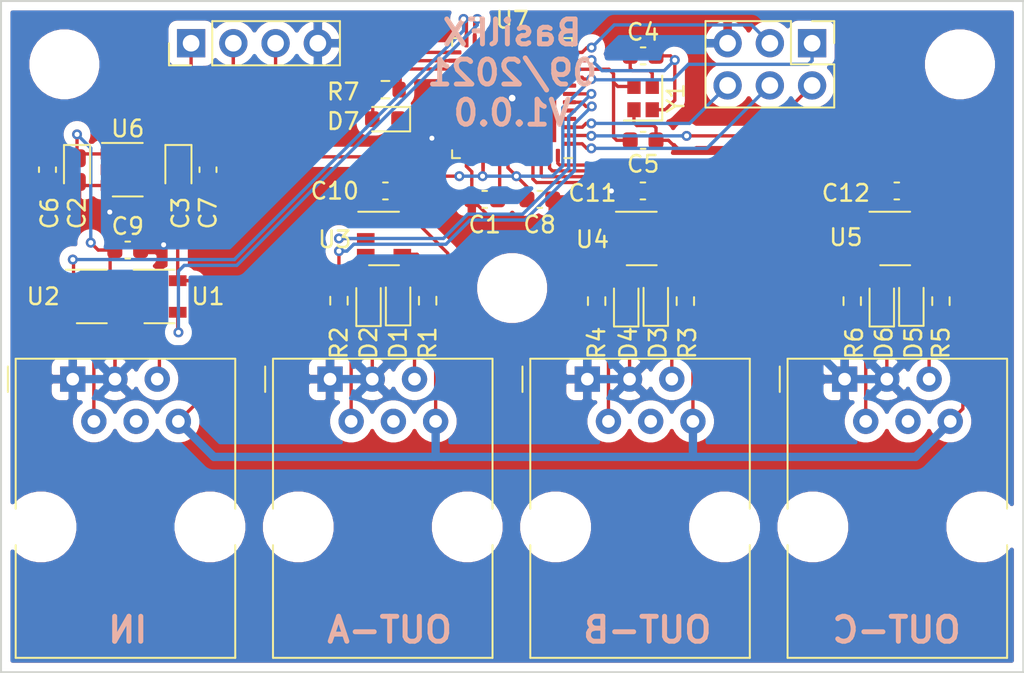
<source format=kicad_pcb>
(kicad_pcb (version 20171130) (host pcbnew "(5.1.10-1-10_14)")
  (layers (0 F.Cu signal) (31 B.Cu signal) (34 B.Paste user hide) (35 F.Paste user) (36 B.SilkS user hide) (37 F.SilkS user) (38 B.Mask user) (39 F.Mask user hide) (44 Edge.Cuts user))
  (net 0 "")
  (net 1 GND)
  (net 2 +5V)
  (net 3 +3V3)
  (net 4 "Net-(J1-Pad5)")
  (net 5 "Net-(C1-Pad2)")
  (net 6 "Net-(J1-Pad2)")
  (net 7 /SWO)
  (net 8 /SWCLK)
  (net 9 /RESET)
  (net 10 /SWDIO)
  (net 11 /RTS)
  (net 12 "Net-(D1-Pad2)")
  (net 13 "Net-(D3-Pad2)")
  (net 14 "Net-(D4-Pad1)")
  (net 15 "Net-(D6-Pad1)")
  (net 16 /RTS-C)
  (net 17 /RTS-A)
  (net 18 /RTS-B)
  (net 19 /DATA)
  (net 20 /DATA-A)
  (net 21 /DATA-B)
  (net 22 /DATA-C)
  (net 23 "Net-(C4-Pad2)")
  (net 24 "Net-(C5-Pad2)")
  (net 25 "Net-(D2-Pad1)")
  (net 26 "Net-(D5-Pad2)")
  (net 27 /TX)
  (net 28 /RX)
  (net 29 "Net-(R1-Pad2)")
  (net 30 "Net-(R3-Pad2)")
  (net 31 "Net-(R5-Pad2)")
  (net 32 "Net-(D7-Pad2)")
  (net 33 "Net-(R7-Pad1)")
  (module Connector_PinHeader_2.54mm:PinHeader_1x04_P2.54mm_Vertical (layer F.Cu) (at 143.51 70.358 90)
    (fp_text reference J6 hide)
    (fp_text value UART)
    (pad 1 thru_hole rect (at 0 0 90) (size 1.7 1.7) (drill 1) (layers *.Cu *.Mask) (net 2 +5V))
    (pad 2 thru_hole oval (at 0 2.54 90) (size 1.7 1.7) (drill 1) (layers *.Cu *.Mask) (net 28 /RX))
    (pad 3 thru_hole oval (at 0 5.08 90) (size 1.7 1.7) (drill 1) (layers *.Cu *.Mask) (net 27 /TX))
    (pad 4 thru_hole oval (at 0 7.62 90) (size 1.7 1.7) (drill 1) (layers *.Cu *.Mask) (net 1 GND))
  )
  (module LED_SMD:LED_0603_1608Metric (layer F.Cu) (at 155.194 74.93 180)
    (fp_text reference D7 (at 2.54 -0.127) (layer F.SilkS))
    (fp_text value LED)
    (pad 1 smd roundrect (at -0.7875 0 180) (size 0.875 0.95) (layers F.Cu F.Paste F.Mask) (net 1 GND))
    (pad 2 smd roundrect (at 0.7875 0 180) (size 0.875 0.95) (layers F.Cu F.Paste F.Mask) (net 32 "Net-(D7-Pad2)"))
  )
  (module Resistor_SMD:R_0603_1608Metric (layer F.Cu) (at 155.194 73.152 180)
    (fp_text reference R7 (at 2.54 -0.127) (layer F.SilkS))
    (fp_text value 100)
    (pad 1 smd roundrect (at -0.825 0 180) (size 0.8 0.95) (layers F.Cu F.Paste F.Mask) (net 33 "Net-(R7-Pad1)"))
    (pad 2 smd roundrect (at 0.825 0 180) (size 0.8 0.95) (layers F.Cu F.Paste F.Mask) (net 32 "Net-(D7-Pad2)"))
  )
  (module Resistor_SMD:R_0603_1608Metric (layer F.Cu) (at 188.595 85.8775 90)
    (fp_text reference R5 (at -2.5145 0 90) (layer F.SilkS))
    (fp_text value 100)
    (pad 1 smd roundrect (at -0.825 0 90) (size 0.8 0.95) (layers F.Cu F.Paste F.Mask) (net 26 "Net-(D5-Pad2)"))
    (pad 2 smd roundrect (at 0.825 0 90) (size 0.8 0.95) (layers F.Cu F.Paste F.Mask) (net 31 "Net-(R5-Pad2)"))
  )
  (module Resistor_SMD:R_0603_1608Metric (layer F.Cu) (at 173.228 85.8775 90)
    (fp_text reference R3 (at -2.5145 0.127 90) (layer F.SilkS))
    (fp_text value 100)
    (pad 1 smd roundrect (at -0.825 0 90) (size 0.8 0.95) (layers F.Cu F.Paste F.Mask) (net 13 "Net-(D3-Pad2)"))
    (pad 2 smd roundrect (at 0.825 0 90) (size 0.8 0.95) (layers F.Cu F.Paste F.Mask) (net 30 "Net-(R3-Pad2)"))
  )
  (module Resistor_SMD:R_0603_1608Metric (layer F.Cu) (at 157.734 85.852 90)
    (fp_text reference R1 (at -2.54 0 90) (layer F.SilkS))
    (fp_text value 100)
    (pad 1 smd roundrect (at -0.825 0 90) (size 0.8 0.95) (layers F.Cu F.Paste F.Mask) (net 12 "Net-(D1-Pad2)"))
    (pad 2 smd roundrect (at 0.825 0 90) (size 0.8 0.95) (layers F.Cu F.Paste F.Mask) (net 29 "Net-(R1-Pad2)"))
  )
  (module Capacitor_SMD:C_0603_1608Metric (layer F.Cu) (at 185.941 79.248 180)
    (fp_text reference C12 (at 3.061 -0.127) (layer F.SilkS))
    (fp_text value 100nF)
    (pad 1 smd roundrect (at -0.775 0 180) (size 0.9 0.95) (layers F.Cu F.Paste F.Mask) (net 2 +5V))
    (pad 2 smd roundrect (at 0.775 0 180) (size 0.9 0.95) (layers F.Cu F.Paste F.Mask) (net 1 GND))
  )
  (module Capacitor_SMD:C_0603_1608Metric (layer F.Cu) (at 170.675 79.248 180)
    (fp_text reference C11 (at 3.035 -0.127) (layer F.SilkS))
    (fp_text value 100nF)
    (pad 1 smd roundrect (at -0.775 0 180) (size 0.9 0.95) (layers F.Cu F.Paste F.Mask) (net 2 +5V))
    (pad 2 smd roundrect (at 0.775 0 180) (size 0.9 0.95) (layers F.Cu F.Paste F.Mask) (net 1 GND))
  )
  (module Capacitor_SMD:C_0603_1608Metric (layer F.Cu) (at 155.194 79.248 180)
    (fp_text reference C10 (at 3.048 0) (layer F.SilkS))
    (fp_text value 100nF)
    (pad 1 smd roundrect (at -0.775 0 180) (size 0.9 0.95) (layers F.Cu F.Paste F.Mask) (net 2 +5V))
    (pad 2 smd roundrect (at 0.775 0 180) (size 0.9 0.95) (layers F.Cu F.Paste F.Mask) (net 1 GND))
  )
  (module Capacitor_SMD:C_0603_1608Metric (layer F.Cu) (at 139.7 82.804)
    (fp_text reference C9 (at 0 -1.43) (layer F.SilkS))
    (fp_text value 100nF)
    (pad 1 smd roundrect (at -0.775 0) (size 0.9 0.95) (layers F.Cu F.Paste F.Mask) (net 2 +5V))
    (pad 2 smd roundrect (at 0.775 0) (size 0.9 0.95) (layers F.Cu F.Paste F.Mask) (net 1 GND))
  )
  (module Capacitor_SMD:C_0603_1608Metric (layer F.Cu) (at 164.478 79.756)
    (fp_text reference C8 (at -0.013 1.524) (layer F.SilkS))
    (fp_text value 100nF)
    (pad 1 smd roundrect (at -0.775 0) (size 0.9 0.95) (layers F.Cu F.Paste F.Mask) (net 3 +3V3))
    (pad 2 smd roundrect (at 0.775 0) (size 0.9 0.95) (layers F.Cu F.Paste F.Mask) (net 1 GND))
  )
  (module Connector_PinHeader_2.54mm:PinHeader_2x03_P2.54mm_Vertical (layer F.Cu) (at 180.848 70.358 270)
    (fp_text reference J5 hide)
    (fp_text value JTAG)
    (pad 1 thru_hole rect (at 0 0 270) (size 1.7 1.7) (drill 1) (layers *.Cu *.Mask) (net 3 +3V3))
    (pad 2 thru_hole oval (at 2.54 0 270) (size 1.7 1.7) (drill 1) (layers *.Cu *.Mask) (net 10 /SWDIO))
    (pad 3 thru_hole oval (at 0 2.54 270) (size 1.7 1.7) (drill 1) (layers *.Cu *.Mask) (net 9 /RESET))
    (pad 4 thru_hole oval (at 2.54 2.54 270) (size 1.7 1.7) (drill 1) (layers *.Cu *.Mask) (net 8 /SWCLK))
    (pad 5 thru_hole oval (at 0 5.08 270) (size 1.7 1.7) (drill 1) (layers *.Cu *.Mask) (net 1 GND))
    (pad 6 thru_hole oval (at 2.54 5.08 270) (size 1.7 1.7) (drill 1) (layers *.Cu *.Mask) (net 7 /SWO))
  )
  (module Crystal:Crystal_SMD_2016-4Pin_2.0x1.6mm (layer F.Cu) (at 170.688 73.66 90)
    (fp_text reference Y1 (at 0 1.9685 90) (layer F.SilkS))
    (fp_text value Crystal_GND24)
    (pad 1 smd rect (at -0.7 0.55 90) (size 0.9 0.8) (layers F.Cu F.Paste F.Mask) (net 23 "Net-(C4-Pad2)"))
    (pad 2 smd rect (at 0.7 0.55 90) (size 0.9 0.8) (layers F.Cu F.Paste F.Mask) (net 1 GND))
    (pad 3 smd rect (at 0.7 -0.55 90) (size 0.9 0.8) (layers F.Cu F.Paste F.Mask) (net 24 "Net-(C5-Pad2)"))
    (pad 4 smd rect (at -0.7 -0.55 90) (size 0.9 0.8) (layers F.Cu F.Paste F.Mask) (net 1 GND))
  )
  (module MountingHole:MountingHole_3.2mm_M3 (layer F.Cu) (at 162.814 85.09)
    (fp_text reference H3 hide)
    (fp_text value MountingHole)
    (pad 1 np_thru_hole circle (at 0 0) (size 3.2 3.2) (drill 3.2) (layers *.Cu *.Mask))
  )
  (module MountingHole:MountingHole_3.2mm_M3 (layer F.Cu) (at 189.738 71.628)
    (fp_text reference H2 hide)
    (fp_text value MountingHole)
    (pad 1 np_thru_hole circle (at 0 0) (size 3.2 3.2) (drill 3.2) (layers *.Cu *.Mask))
  )
  (module MountingHole:MountingHole_3.2mm_M3 (layer F.Cu) (at 135.89 71.628)
    (fp_text reference H1 hide)
    (fp_text value MountingHole)
    (pad 1 np_thru_hole circle (at 0 0) (size 3.2 3.2) (drill 3.2) (layers *.Cu *.Mask))
  )
  (module Diode_SMD:D_0603_1608Metric (layer F.Cu) (at 171.45 85.8775 90)
    (fp_text reference D3 (at -2.5145 0.127 90) (layer F.SilkS))
    (fp_text value D_TVS)
    (pad 1 smd roundrect (at -0.7875 0 90) (size 0.875 0.95) (layers F.Cu F.Paste F.Mask) (net 1 GND))
    (pad 2 smd roundrect (at 0.7875 0 90) (size 0.875 0.95) (layers F.Cu F.Paste F.Mask) (net 13 "Net-(D3-Pad2)"))
  )
  (module Resistor_SMD:R_0603_1608Metric (layer F.Cu) (at 167.894 85.8775 90)
    (fp_text reference R4 (at -2.5145 0 90) (layer F.SilkS))
    (fp_text value 100)
    (pad 1 smd roundrect (at -0.825 0 90) (size 0.8 0.95) (layers F.Cu F.Paste F.Mask) (net 14 "Net-(D4-Pad1)"))
    (pad 2 smd roundrect (at 0.825 0 90) (size 0.8 0.95) (layers F.Cu F.Paste F.Mask) (net 18 /RTS-B))
  )
  (module Resistor_SMD:R_0603_1608Metric (layer F.Cu) (at 152.4 85.852 90)
    (fp_text reference R2 (at -2.54 0 90) (layer F.SilkS))
    (fp_text value 100)
    (pad 1 smd roundrect (at -0.825 0 90) (size 0.8 0.95) (layers F.Cu F.Paste F.Mask) (net 25 "Net-(D2-Pad1)"))
    (pad 2 smd roundrect (at 0.825 0 90) (size 0.8 0.95) (layers F.Cu F.Paste F.Mask) (net 17 /RTS-A))
  )
  (module Resistor_SMD:R_0603_1608Metric (layer F.Cu) (at 183.261 85.8775 90)
    (fp_text reference R6 (at -2.5145 0.127 90) (layer F.SilkS))
    (fp_text value 100)
    (pad 1 smd roundrect (at -0.825 0 90) (size 0.8 0.95) (layers F.Cu F.Paste F.Mask) (net 15 "Net-(D6-Pad1)"))
    (pad 2 smd roundrect (at 0.825 0 90) (size 0.8 0.95) (layers F.Cu F.Paste F.Mask) (net 16 /RTS-C))
  )
  (module Diode_SMD:D_0603_1608Metric (layer F.Cu) (at 185.039 85.9175 90)
    (fp_text reference D6 (at -2.4745 0.127 90) (layer F.SilkS))
    (fp_text value D_TVS)
    (pad 1 smd roundrect (at -0.7875 0 90) (size 0.875 0.95) (layers F.Cu F.Paste F.Mask) (net 15 "Net-(D6-Pad1)"))
    (pad 2 smd roundrect (at 0.7875 0 90) (size 0.875 0.95) (layers F.Cu F.Paste F.Mask) (net 1 GND))
  )
  (module Diode_SMD:D_0603_1608Metric (layer F.Cu) (at 169.672 85.9175 90)
    (fp_text reference D4 (at -2.4745 0.127 90) (layer F.SilkS))
    (fp_text value D_TVS)
    (pad 1 smd roundrect (at -0.7875 0 90) (size 0.875 0.95) (layers F.Cu F.Paste F.Mask) (net 14 "Net-(D4-Pad1)"))
    (pad 2 smd roundrect (at 0.7875 0 90) (size 0.875 0.95) (layers F.Cu F.Paste F.Mask) (net 1 GND))
  )
  (module Diode_SMD:D_0603_1608Metric (layer F.Cu) (at 154.178 85.892 90)
    (fp_text reference D2 (at -2.5 0 90) (layer F.SilkS))
    (fp_text value D_TVS)
    (pad 1 smd roundrect (at -0.7875 0 90) (size 0.875 0.95) (layers F.Cu F.Paste F.Mask) (net 25 "Net-(D2-Pad1)"))
    (pad 2 smd roundrect (at 0.7875 0 90) (size 0.875 0.95) (layers F.Cu F.Paste F.Mask) (net 1 GND))
  )
  (module Diode_SMD:D_0603_1608Metric (layer F.Cu) (at 186.817 85.8775 90)
    (fp_text reference D5 (at -2.5145 0.127 90) (layer F.SilkS))
    (fp_text value D_TVS)
    (pad 1 smd roundrect (at -0.7875 0 90) (size 0.875 0.95) (layers F.Cu F.Paste F.Mask) (net 1 GND))
    (pad 2 smd roundrect (at 0.7875 0 90) (size 0.875 0.95) (layers F.Cu F.Paste F.Mask) (net 26 "Net-(D5-Pad2)"))
  )
  (module Diode_SMD:D_0603_1608Metric (layer F.Cu) (at 155.956 85.852 90)
    (fp_text reference D1 (at -2.54 0 90) (layer F.SilkS))
    (fp_text value D_TVS)
    (pad 1 smd roundrect (at -0.7875 0 90) (size 0.875 0.95) (layers F.Cu F.Paste F.Mask) (net 1 GND))
    (pad 2 smd roundrect (at 0.7875 0 90) (size 0.875 0.95) (layers F.Cu F.Paste F.Mask) (net 12 "Net-(D1-Pad2)"))
  )
  (module Capacitor_Tantalum_SMD:CP_EIA-1608-08_AVX-J (layer F.Cu) (at 136.652 77.992 270)
    (fp_text reference C2 (at 2.5895 0 90) (layer F.SilkS))
    (fp_text value CP)
    (pad 2 smd roundrect (at 0.7125 0 270) (size 1.075 1.05) (layers F.Cu F.Paste F.Mask) (roundrect_rratio 0.2380942857142857) (net 1 GND))
    (pad 1 smd roundrect (at -0.7125 0 270) (size 1.075 1.05) (layers F.Cu F.Paste F.Mask) (roundrect_rratio 0.2380942857142857) (net 2 +5V))
  )
  (module Capacitor_Tantalum_SMD:CP_EIA-1608-08_AVX-J (layer F.Cu) (at 142.748 77.992 270)
    (fp_text reference C3 (at 2.5895 -0.127 90) (layer F.SilkS))
    (fp_text value CP)
    (pad 2 smd roundrect (at 0.7125 0 270) (size 1.075 1.05) (layers F.Cu F.Paste F.Mask) (roundrect_rratio 0.2380942857142857) (net 1 GND))
    (pad 1 smd roundrect (at -0.7125 0 270) (size 1.075 1.05) (layers F.Cu F.Paste F.Mask) (roundrect_rratio 0.2380942857142857) (net 3 +3V3))
  )
  (module Package_TO_SOT_SMD:SOT-23-5 (layer F.Cu) (at 185.844 82.108)
    (fp_text reference U5 (at -2.964 -0.066) (layer F.SilkS))
    (fp_text value 74AHCT1G04)
    (pad 1 smd rect (at -1.1 -0.95) (size 1.06 0.65) (layers F.Cu F.Paste F.Mask))
    (pad 2 smd rect (at -1.1 0) (size 1.06 0.65) (layers F.Cu F.Paste F.Mask) (net 22 /DATA-C))
    (pad 3 smd rect (at -1.1 0.95) (size 1.06 0.65) (layers F.Cu F.Paste F.Mask) (net 1 GND))
    (pad 4 smd rect (at 1.1 0.95) (size 1.06 0.65) (layers F.Cu F.Paste F.Mask) (net 31 "Net-(R5-Pad2)"))
    (pad 5 smd rect (at 1.1 -0.95) (size 1.06 0.65) (layers F.Cu F.Paste F.Mask) (net 2 +5V))
  )
  (module Package_TO_SOT_SMD:SOT-23-5 (layer F.Cu) (at 170.604 82.108)
    (fp_text reference U4 (at -2.964 0.061) (layer F.SilkS))
    (fp_text value 74AHCT1G04)
    (pad 1 smd rect (at -1.1 -0.95) (size 1.06 0.65) (layers F.Cu F.Paste F.Mask))
    (pad 2 smd rect (at -1.1 0) (size 1.06 0.65) (layers F.Cu F.Paste F.Mask) (net 21 /DATA-B))
    (pad 3 smd rect (at -1.1 0.95) (size 1.06 0.65) (layers F.Cu F.Paste F.Mask) (net 1 GND))
    (pad 4 smd rect (at 1.1 0.95) (size 1.06 0.65) (layers F.Cu F.Paste F.Mask) (net 30 "Net-(R3-Pad2)"))
    (pad 5 smd rect (at 1.1 -0.95) (size 1.06 0.65) (layers F.Cu F.Paste F.Mask) (net 2 +5V))
  )
  (module Package_TO_SOT_SMD:SOT-23-5 (layer F.Cu) (at 155.11 82.108)
    (fp_text reference U3 (at -2.964 0.061) (layer F.SilkS))
    (fp_text value 74AHCT1G04)
    (pad 1 smd rect (at -1.1 -0.95) (size 1.06 0.65) (layers F.Cu F.Paste F.Mask))
    (pad 2 smd rect (at -1.1 0) (size 1.06 0.65) (layers F.Cu F.Paste F.Mask) (net 20 /DATA-A))
    (pad 3 smd rect (at -1.1 0.95) (size 1.06 0.65) (layers F.Cu F.Paste F.Mask) (net 1 GND))
    (pad 4 smd rect (at 1.1 0.95) (size 1.06 0.65) (layers F.Cu F.Paste F.Mask) (net 29 "Net-(R1-Pad2)"))
    (pad 5 smd rect (at 1.1 -0.95) (size 1.06 0.65) (layers F.Cu F.Paste F.Mask) (net 2 +5V))
  )
  (module Package_TO_SOT_SMD:SOT-23-5 (layer F.Cu) (at 141.605 85.598)
    (fp_text reference U1 (at 2.921 0) (layer F.SilkS))
    (fp_text value 74AHCT1G04)
    (pad 1 smd rect (at -1.1 -0.95) (size 1.06 0.65) (layers F.Cu F.Paste F.Mask))
    (pad 2 smd rect (at -1.1 0) (size 1.06 0.65) (layers F.Cu F.Paste F.Mask) (net 4 "Net-(J1-Pad5)"))
    (pad 3 smd rect (at -1.1 0.95) (size 1.06 0.65) (layers F.Cu F.Paste F.Mask) (net 1 GND))
    (pad 4 smd rect (at 1.1 0.95) (size 1.06 0.65) (layers F.Cu F.Paste F.Mask) (net 19 /DATA))
    (pad 5 smd rect (at 1.1 -0.95) (size 1.06 0.65) (layers F.Cu F.Paste F.Mask) (net 2 +5V))
  )
  (module Package_TO_SOT_SMD:SOT-23-5 (layer F.Cu) (at 137.541 85.598)
    (fp_text reference U2 (at -2.921 0) (layer F.SilkS))
    (fp_text value 74AHC1G126)
    (pad 1 smd rect (at -1.1 -0.95) (size 1.06 0.65) (layers F.Cu F.Paste F.Mask) (net 11 /RTS))
    (pad 2 smd rect (at -1.1 0) (size 1.06 0.65) (layers F.Cu F.Paste F.Mask) (net 11 /RTS))
    (pad 3 smd rect (at -1.1 0.95) (size 1.06 0.65) (layers F.Cu F.Paste F.Mask) (net 1 GND))
    (pad 4 smd rect (at 1.1 0.95) (size 1.06 0.65) (layers F.Cu F.Paste F.Mask) (net 6 "Net-(J1-Pad2)"))
    (pad 5 smd rect (at 1.1 -0.95) (size 1.06 0.65) (layers F.Cu F.Paste F.Mask) (net 2 +5V))
  )
  (module Capacitor_SMD:C_0603_1608Metric (layer F.Cu) (at 170.688 76.2 180)
    (fp_text reference C5 (at 0 -1.43) (layer F.SilkS))
    (fp_text value 20pF)
    (pad 1 smd roundrect (at -0.775 0 180) (size 0.9 0.95) (layers F.Cu F.Paste F.Mask) (net 1 GND))
    (pad 2 smd roundrect (at 0.775 0 180) (size 0.9 0.95) (layers F.Cu F.Paste F.Mask) (net 24 "Net-(C5-Pad2)"))
  )
  (module Capacitor_SMD:C_0603_1608Metric (layer F.Cu) (at 170.688 71.12)
    (fp_text reference C4 (at 0 -1.43) (layer F.SilkS))
    (fp_text value 20pF)
    (pad 1 smd roundrect (at -0.775 0) (size 0.9 0.95) (layers F.Cu F.Paste F.Mask) (net 1 GND))
    (pad 2 smd roundrect (at 0.775 0) (size 0.9 0.95) (layers F.Cu F.Paste F.Mask) (net 23 "Net-(C4-Pad2)"))
  )
  (module Capacitor_SMD:C_0603_1608Metric (layer F.Cu) (at 161.163 79.756)
    (fp_text reference C1 (at 0 1.524) (layer F.SilkS))
    (fp_text value 1µF)
    (pad 1 smd roundrect (at -0.775 0) (size 0.9 0.95) (layers F.Cu F.Paste F.Mask) (net 1 GND))
    (pad 2 smd roundrect (at 0.775 0) (size 0.9 0.95) (layers F.Cu F.Paste F.Mask) (net 5 "Net-(C1-Pad2)"))
  )
  (module Package_DFN_QFN:QFN-48-1EP_7x7mm_P0.5mm_EP5.3x5.3mm (layer F.Cu) (at 162.814 73.66 180)
    (fp_text reference U7 (at 0 4.699) (layer F.SilkS))
    (fp_text value EFM32PG12B500)
    (pad 1 smd roundrect (at -3.45 -2.75 180) (size 0.8 0.25) (layers F.Cu F.Paste F.Mask) (net 8 /SWCLK))
    (pad 2 smd roundrect (at -3.45 -2.25 180) (size 0.8 0.25) (layers F.Cu F.Paste F.Mask) (net 10 /SWDIO))
    (pad 3 smd roundrect (at -3.45 -1.75 180) (size 0.8 0.25) (layers F.Cu F.Paste F.Mask) (net 7 /SWO))
    (pad 4 smd roundrect (at -3.45 -1.25 180) (size 0.8 0.25) (layers F.Cu F.Paste F.Mask))
    (pad 5 smd roundrect (at -3.45 -0.75 180) (size 0.8 0.25) (layers F.Cu F.Paste F.Mask))
    (pad 6 smd roundrect (at -3.45 -0.25 180) (size 0.8 0.25) (layers F.Cu F.Paste F.Mask) (net 17 /RTS-A))
    (pad 7 smd roundrect (at -3.45 0.25 180) (size 0.8 0.25) (layers F.Cu F.Paste F.Mask) (net 20 /DATA-A))
    (pad 8 smd roundrect (at -3.45 0.75 180) (size 0.8 0.25) (layers F.Cu F.Paste F.Mask))
    (pad 9 smd roundrect (at -3.45 1.25 180) (size 0.8 0.25) (layers F.Cu F.Paste F.Mask) (net 3 +3V3))
    (pad 10 smd roundrect (at -3.45 1.75 180) (size 0.8 0.25) (layers F.Cu F.Paste F.Mask) (net 24 "Net-(C5-Pad2)"))
    (pad 11 smd roundrect (at -3.45 2.25 180) (size 0.8 0.25) (layers F.Cu F.Paste F.Mask) (net 23 "Net-(C4-Pad2)"))
    (pad 12 smd roundrect (at -3.45 2.75 180) (size 0.8 0.25) (layers F.Cu F.Paste F.Mask) (net 9 /RESET))
    (pad 13 smd roundrect (at -2.75 3.45 180) (size 0.25 0.8) (layers F.Cu F.Paste F.Mask))
    (pad 14 smd roundrect (at -2.25 3.45 180) (size 0.25 0.8) (layers F.Cu F.Paste F.Mask))
    (pad 15 smd roundrect (at -1.75 3.45 180) (size 0.25 0.8) (layers F.Cu F.Paste F.Mask))
    (pad 16 smd roundrect (at -1.25 3.45 180) (size 0.25 0.8) (layers F.Cu F.Paste F.Mask))
    (pad 17 smd roundrect (at -0.75 3.45 180) (size 0.25 0.8) (layers F.Cu F.Paste F.Mask))
    (pad 18 smd roundrect (at -0.25 3.45 180) (size 0.25 0.8) (layers F.Cu F.Paste F.Mask))
    (pad 19 smd roundrect (at 0.25 3.45 180) (size 0.25 0.8) (layers F.Cu F.Paste F.Mask))
    (pad 20 smd roundrect (at 0.75 3.45 180) (size 0.25 0.8) (layers F.Cu F.Paste F.Mask))
    (pad 21 smd roundrect (at 1.25 3.45 180) (size 0.25 0.8) (layers F.Cu F.Paste F.Mask))
    (pad 22 smd roundrect (at 1.75 3.45 180) (size 0.25 0.8) (layers F.Cu F.Paste F.Mask))
    (pad 23 smd roundrect (at 2.25 3.45 180) (size 0.25 0.8) (layers F.Cu F.Paste F.Mask) (net 19 /DATA))
    (pad 24 smd roundrect (at 2.75 3.45 180) (size 0.25 0.8) (layers F.Cu F.Paste F.Mask) (net 11 /RTS))
    (pad 25 smd roundrect (at 3.45 2.75 180) (size 0.8 0.25) (layers F.Cu F.Paste F.Mask) (net 27 /TX))
    (pad 26 smd roundrect (at 3.45 2.25 180) (size 0.8 0.25) (layers F.Cu F.Paste F.Mask) (net 28 /RX))
    (pad 27 smd roundrect (at 3.45 1.75 180) (size 0.8 0.25) (layers F.Cu F.Paste F.Mask) (net 33 "Net-(R7-Pad1)"))
    (pad 28 smd roundrect (at 3.45 1.25 180) (size 0.8 0.25) (layers F.Cu F.Paste F.Mask))
    (pad 29 smd roundrect (at 3.45 0.75 180) (size 0.8 0.25) (layers F.Cu F.Paste F.Mask))
    (pad 30 smd roundrect (at 3.45 0.25 180) (size 0.8 0.25) (layers F.Cu F.Paste F.Mask))
    (pad 31 smd roundrect (at 3.45 -0.25 180) (size 0.8 0.25) (layers F.Cu F.Paste F.Mask))
    (pad 32 smd roundrect (at 3.45 -0.75 180) (size 0.8 0.25) (layers F.Cu F.Paste F.Mask))
    (pad 33 smd roundrect (at 3.45 -1.25 180) (size 0.8 0.25) (layers F.Cu F.Paste F.Mask))
    (pad 34 smd roundrect (at 3.45 -1.75 180) (size 0.8 0.25) (layers F.Cu F.Paste F.Mask))
    (pad 35 smd roundrect (at 3.45 -2.25 180) (size 0.8 0.25) (layers F.Cu F.Paste F.Mask))
    (pad 36 smd roundrect (at 3.45 -2.75 180) (size 0.8 0.25) (layers F.Cu F.Paste F.Mask))
    (pad 37 smd roundrect (at 2.75 -3.45 180) (size 0.25 0.8) (layers F.Cu F.Paste F.Mask) (net 1 GND))
    (pad 38 smd roundrect (at 2.25 -3.45 180) (size 0.25 0.8) (layers F.Cu F.Paste F.Mask))
    (pad 39 smd roundrect (at 1.75 -3.45 180) (size 0.25 0.8) (layers F.Cu F.Paste F.Mask) (net 3 +3V3))
    (pad 40 smd roundrect (at 1.25 -3.45 180) (size 0.25 0.8) (layers F.Cu F.Paste F.Mask) (net 3 +3V3))
    (pad 41 smd roundrect (at 0.75 -3.45 180) (size 0.25 0.8) (layers F.Cu F.Paste F.Mask) (net 5 "Net-(C1-Pad2)"))
    (pad 42 smd roundrect (at 0.25 -3.45 180) (size 0.25 0.8) (layers F.Cu F.Paste F.Mask) (net 3 +3V3))
    (pad 43 smd roundrect (at -0.25 -3.45 180) (size 0.25 0.8) (layers F.Cu F.Paste F.Mask))
    (pad 44 smd roundrect (at -0.75 -3.45 180) (size 0.25 0.8) (layers F.Cu F.Paste F.Mask))
    (pad 45 smd roundrect (at -1.25 -3.45 180) (size 0.25 0.8) (layers F.Cu F.Paste F.Mask) (net 18 /RTS-B))
    (pad 46 smd roundrect (at -1.75 -3.45 180) (size 0.25 0.8) (layers F.Cu F.Paste F.Mask) (net 21 /DATA-B))
    (pad 47 smd roundrect (at -2.25 -3.45 180) (size 0.25 0.8) (layers F.Cu F.Paste F.Mask) (net 16 /RTS-C))
    (pad 48 smd roundrect (at -2.75 -3.45 180) (size 0.25 0.8) (layers F.Cu F.Paste F.Mask) (net 22 /DATA-C))
    (pad 49 smd rect (at 0 0 180) (size 5.3 5.3) (layers F.Cu F.Mask) (net 1 GND))
  )
  (module Package_TO_SOT_SMD:SOT-23-5 (layer F.Cu) (at 139.7 77.9695)
    (fp_text reference U6 (at 0 -2.468) (layer F.SilkS))
    (fp_text value TPS76933)
    (pad 5 smd rect (at 1.1 -0.95) (size 1.06 0.65) (layers F.Cu F.Paste F.Mask) (net 3 +3V3))
    (pad 4 smd rect (at 1.1 0.95) (size 1.06 0.65) (layers F.Cu F.Paste F.Mask))
    (pad 3 smd rect (at -1.1 0.95) (size 1.06 0.65) (layers F.Cu F.Paste F.Mask) (net 1 GND))
    (pad 2 smd rect (at -1.1 0) (size 1.06 0.65) (layers F.Cu F.Paste F.Mask) (net 1 GND))
    (pad 1 smd rect (at -1.1 -0.95) (size 1.06 0.65) (layers F.Cu F.Paste F.Mask) (net 2 +5V))
  )
  (module Connector_RJ:RJ12_Amphenol_54601 (layer F.Cu) (at 182.804 90.572)
    (fp_text reference J4 hide)
    (fp_text value OUT-C)
    (pad "" np_thru_hole circle (at 8.25 8.89) (size 3.25 3.25) (drill 3.25) (layers *.Cu *.Mask))
    (pad 6 thru_hole circle (at 6.35 2.54) (size 1.52 1.52) (drill 0.76) (layers *.Cu *.Mask) (net 2 +5V))
    (pad 5 thru_hole circle (at 5.08 0) (size 1.52 1.52) (drill 0.76) (layers *.Cu *.Mask) (net 26 "Net-(D5-Pad2)"))
    (pad 4 thru_hole circle (at 3.81 2.54) (size 1.52 1.52) (drill 0.76) (layers *.Cu *.Mask))
    (pad 3 thru_hole circle (at 2.54 0) (size 1.52 1.52) (drill 0.76) (layers *.Cu *.Mask) (net 1 GND))
    (pad 2 thru_hole circle (at 1.27 2.54) (size 1.52 1.52) (drill 0.76) (layers *.Cu *.Mask) (net 15 "Net-(D6-Pad1)"))
    (pad "" np_thru_hole circle (at -1.91 8.89) (size 3.25 3.25) (drill 3.25) (layers *.Cu *.Mask))
    (pad 1 thru_hole rect (at 0 0) (size 1.52 1.52) (drill 0.76) (layers *.Cu *.Mask) (net 1 GND))
  )
  (module Connector_RJ:RJ12_Amphenol_54601 (layer F.Cu) (at 167.334 90.572)
    (fp_text reference J3 hide)
    (fp_text value OUT-B)
    (pad "" np_thru_hole circle (at 8.25 8.89) (size 3.25 3.25) (drill 3.25) (layers *.Cu *.Mask))
    (pad 6 thru_hole circle (at 6.35 2.54) (size 1.52 1.52) (drill 0.76) (layers *.Cu *.Mask) (net 2 +5V))
    (pad 5 thru_hole circle (at 5.08 0) (size 1.52 1.52) (drill 0.76) (layers *.Cu *.Mask) (net 13 "Net-(D3-Pad2)"))
    (pad 4 thru_hole circle (at 3.81 2.54) (size 1.52 1.52) (drill 0.76) (layers *.Cu *.Mask))
    (pad 3 thru_hole circle (at 2.54 0) (size 1.52 1.52) (drill 0.76) (layers *.Cu *.Mask) (net 1 GND))
    (pad 2 thru_hole circle (at 1.27 2.54) (size 1.52 1.52) (drill 0.76) (layers *.Cu *.Mask) (net 14 "Net-(D4-Pad1)"))
    (pad "" np_thru_hole circle (at -1.91 8.89) (size 3.25 3.25) (drill 3.25) (layers *.Cu *.Mask))
    (pad 1 thru_hole rect (at 0 0) (size 1.52 1.52) (drill 0.76) (layers *.Cu *.Mask) (net 1 GND))
  )
  (module Connector_RJ:RJ12_Amphenol_54601 (layer F.Cu) (at 151.864 90.572)
    (fp_text reference J2 hide)
    (fp_text value OUT-A)
    (pad "" np_thru_hole circle (at 8.25 8.89) (size 3.25 3.25) (drill 3.25) (layers *.Cu *.Mask))
    (pad 6 thru_hole circle (at 6.35 2.54) (size 1.52 1.52) (drill 0.76) (layers *.Cu *.Mask) (net 2 +5V))
    (pad 5 thru_hole circle (at 5.08 0) (size 1.52 1.52) (drill 0.76) (layers *.Cu *.Mask) (net 12 "Net-(D1-Pad2)"))
    (pad 4 thru_hole circle (at 3.81 2.54) (size 1.52 1.52) (drill 0.76) (layers *.Cu *.Mask))
    (pad 3 thru_hole circle (at 2.54 0) (size 1.52 1.52) (drill 0.76) (layers *.Cu *.Mask) (net 1 GND))
    (pad 2 thru_hole circle (at 1.27 2.54) (size 1.52 1.52) (drill 0.76) (layers *.Cu *.Mask) (net 25 "Net-(D2-Pad1)"))
    (pad "" np_thru_hole circle (at -1.91 8.89) (size 3.25 3.25) (drill 3.25) (layers *.Cu *.Mask))
    (pad 1 thru_hole rect (at 0 0) (size 1.52 1.52) (drill 0.76) (layers *.Cu *.Mask) (net 1 GND))
  )
  (module Connector_RJ:RJ12_Amphenol_54601 (layer F.Cu) (at 136.394 90.572)
    (fp_text reference J1 hide)
    (fp_text value IN)
    (pad "" np_thru_hole circle (at 8.25 8.89) (size 3.25 3.25) (drill 3.25) (layers *.Cu *.Mask))
    (pad 6 thru_hole circle (at 6.35 2.54) (size 1.52 1.52) (drill 0.76) (layers *.Cu *.Mask) (net 2 +5V))
    (pad 5 thru_hole circle (at 5.08 0) (size 1.52 1.52) (drill 0.76) (layers *.Cu *.Mask) (net 4 "Net-(J1-Pad5)"))
    (pad 4 thru_hole circle (at 3.81 2.54) (size 1.52 1.52) (drill 0.76) (layers *.Cu *.Mask))
    (pad 3 thru_hole circle (at 2.54 0) (size 1.52 1.52) (drill 0.76) (layers *.Cu *.Mask) (net 1 GND))
    (pad 2 thru_hole circle (at 1.27 2.54) (size 1.52 1.52) (drill 0.76) (layers *.Cu *.Mask) (net 6 "Net-(J1-Pad2)"))
    (pad "" np_thru_hole circle (at -1.91 8.89) (size 3.25 3.25) (drill 3.25) (layers *.Cu *.Mask))
    (pad 1 thru_hole rect (at 0 0) (size 1.52 1.52) (drill 0.76) (layers *.Cu *.Mask) (net 1 GND))
  )
  (module Capacitor_SMD:C_0603_1608Metric (layer F.Cu) (at 144.526 77.9695 270)
    (fp_text reference C7 (at 2.612 0 90) (layer F.SilkS))
    (fp_text value 100nF)
    (pad 2 smd roundrect (at 0.775 0 270) (size 0.9 0.95) (layers F.Cu F.Paste F.Mask) (net 1 GND))
    (pad 1 smd roundrect (at -0.775 0 270) (size 0.9 0.95) (layers F.Cu F.Paste F.Mask) (net 3 +3V3))
  )
  (module Capacitor_SMD:C_0603_1608Metric (layer F.Cu) (at 134.874 77.9695 270)
    (fp_text reference C6 (at 2.612 -0.127 90) (layer F.SilkS))
    (fp_text value 100nF)
    (pad 2 smd roundrect (at 0.775 0 270) (size 0.9 0.95) (layers F.Cu F.Paste F.Mask) (net 1 GND))
    (pad 1 smd roundrect (at -0.775 0 270) (size 0.9 0.95) (layers F.Cu F.Paste F.Mask) (net 2 +5V))
  )
  (gr_line (start 193.548 67.818) (end 193.548 108.204) (layer Edge.Cuts) (width 0.12))
  (gr_text OUT-C (at 185.928 105.664) (layer B.SilkS) (effects (font (size 1.5 1.5) (thickness 0.3)) (justify mirror)))
  (gr_text OUT-B (at 170.942 105.664) (layer B.SilkS) (effects (font (size 1.5 1.5) (thickness 0.3)) (justify mirror)))
  (gr_text OUT-A (at 155.448 105.664) (layer B.SilkS) (effects (font (size 1.5 1.5) (thickness 0.3)) (justify mirror)))
  (gr_text IN (at 139.7 105.664) (layer B.SilkS) (effects (font (size 1.5 1.5) (thickness 0.3)) (justify mirror)))
  (gr_text "BasilFX\n09/2021\nV1.0.0" (at 162.814 72.136) (layer B.SilkS) (effects (font (size 1.5 1.5) (thickness 0.3)) (justify mirror)))
  (gr_line (start 193.548 108.204) (end 132.08 108.204) (layer Edge.Cuts) (width 0.12))
  (gr_line (start 132.08 67.818) (end 193.548 67.818) (layer Edge.Cuts) (width 0.12))
  (gr_line (start 132.08 108.204) (end 132.08 67.818) (layer Edge.Cuts) (width 0.12))
  (segment (start 171.463 76.2) (end 171.463 75.451) (width 0.2) (layer F.Cu) (net 1))
  (segment (start 170.138 74.36) (end 170.138 75.142) (width 0.2) (layer F.Cu) (net 1))
  (segment (start 170.138 75.142) (end 170.307 75.311) (width 0.2) (layer F.Cu) (net 1))
  (segment (start 171.323 75.311) (end 171.463 75.451) (width 0.2) (layer F.Cu) (net 1))
  (segment (start 170.307 75.311) (end 171.323 75.311) (width 0.2) (layer F.Cu) (net 1))
  (segment (start 169.913 71.869) (end 169.913 71.12) (width 0.2) (layer F.Cu) (net 1))
  (segment (start 171.069 72.009) (end 170.053 72.009) (width 0.2) (layer F.Cu) (net 1))
  (segment (start 170.053 72.009) (end 169.913 71.869) (width 0.2) (layer F.Cu) (net 1))
  (segment (start 171.238 72.178) (end 171.069 72.009) (width 0.2) (layer F.Cu) (net 1))
  (segment (start 171.238 72.96) (end 171.238 72.178) (width 0.2) (layer F.Cu) (net 1))
  (via (at 162.814 73.66) (size 0.8) (drill 0.4) (layers F.Cu B.Cu) (net 1))
  (segment (start 155.954 86.6795) (end 155.956 86.6775) (width 0.2) (layer F.Cu) (net 1))
  (segment (start 171.414 86.705) (end 171.45 86.741) (width 0.2) (layer F.Cu) (net 1))
  (segment (start 186.781 86.705) (end 186.817 86.741) (width 0.2) (layer F.Cu) (net 1))
  (segment (start 169.672 85.13) (end 169.672 83.2485) (width 0.2) (layer F.Cu) (net 1))
  (segment (start 169.672 83.2485) (end 169.4815 83.058) (width 0.2) (layer F.Cu) (net 1))
  (segment (start 169.672 85.13) (end 169.7755 85.13) (width 0.2) (layer F.Cu) (net 1))
  (segment (start 169.7755 85.13) (end 171.3865 86.741) (width 0.2) (layer F.Cu) (net 1))
  (segment (start 185.039 85.13) (end 185.2695 85.13) (width 0.2) (layer F.Cu) (net 1))
  (segment (start 185.039 85.13) (end 185.1425 85.13) (width 0.2) (layer F.Cu) (net 1))
  (segment (start 185.1425 85.13) (end 186.69 86.6775) (width 0.2) (layer F.Cu) (net 1))
  (segment (start 154.178 85.1045) (end 154.178 83.312) (width 0.2) (layer F.Cu) (net 1))
  (segment (start 154.178 83.312) (end 153.9875 83.1215) (width 0.2) (layer F.Cu) (net 1))
  (segment (start 154.178 85.1045) (end 154.256 85.1045) (width 0.2) (layer F.Cu) (net 1))
  (segment (start 154.256 85.1045) (end 155.829 86.6775) (width 0.2) (layer F.Cu) (net 1))
  (segment (start 138.6 77.9695) (end 138.6 78.8465) (width 0.2) (layer F.Cu) (net 1))
  (segment (start 138.6 78.8465) (end 138.516 78.9305) (width 0.2) (layer F.Cu) (net 1))
  (segment (start 142.748 78.7045) (end 144.498 78.7045) (width 0.2) (layer F.Cu) (net 1))
  (segment (start 144.498 78.7045) (end 144.526 78.6765) (width 0.2) (layer F.Cu) (net 1))
  (segment (start 136.394 90.572) (end 136.394 86.618) (width 0.2) (layer F.Cu) (net 1))
  (segment (start 136.394 86.618) (end 136.398 86.614) (width 0.2) (layer F.Cu) (net 1))
  (segment (start 182.804 90.572) (end 185.272 90.572) (width 0.5) (layer B.Cu) (net 1))
  (segment (start 167.334 90.572) (end 169.905 90.572) (width 0.5) (layer B.Cu) (net 1))
  (segment (start 169.905 90.572) (end 169.884 90.551) (width 0.5) (layer B.Cu) (net 1))
  (segment (start 151.864 90.572) (end 154.411 90.572) (width 0.5) (layer B.Cu) (net 1))
  (segment (start 154.411 90.572) (end 154.432 90.551) (width 0.5) (layer B.Cu) (net 1))
  (segment (start 136.394 90.572) (end 138.917 90.572) (width 0.5) (layer B.Cu) (net 1))
  (segment (start 138.917 90.572) (end 138.938 90.551) (width 0.5) (layer B.Cu) (net 1))
  (segment (start 175.768 70.358) (end 173.101 70.358) (width 0.2) (layer F.Cu) (net 1))
  (segment (start 173.101 70.358) (end 172.847 70.104) (width 0.2) (layer F.Cu) (net 1))
  (segment (start 165.253 79.756) (end 165.253 80.492) (width 0.2) (layer F.Cu) (net 1))
  (segment (start 165.253 80.492) (end 164.846 80.899) (width 0.2) (layer F.Cu) (net 1))
  (segment (start 164.846 80.899) (end 161.544 80.899) (width 0.2) (layer F.Cu) (net 1))
  (segment (start 161.544 80.899) (end 160.401 79.756) (width 0.2) (layer F.Cu) (net 1))
  (segment (start 182.804 90.572) (end 182.774 90.572) (width 0.5) (layer B.Cu) (net 1))
  (segment (start 182.774 90.572) (end 180.975 88.773) (width 0.5) (layer B.Cu) (net 1))
  (segment (start 151.765 88.773) (end 140.716 88.773) (width 0.5) (layer B.Cu) (net 1))
  (segment (start 140.716 88.773) (end 138.938 90.551) (width 0.5) (layer B.Cu) (net 1))
  (segment (start 151.864 88.872) (end 151.765 88.773) (width 0.5) (layer B.Cu) (net 1))
  (segment (start 151.864 90.572) (end 151.864 88.872) (width 0.5) (layer B.Cu) (net 1))
  (segment (start 167.334 88.848) (end 167.259 88.773) (width 0.5) (layer B.Cu) (net 1))
  (segment (start 167.334 90.572) (end 167.334 88.848) (width 0.5) (layer B.Cu) (net 1))
  (segment (start 167.259 88.773) (end 151.765 88.773) (width 0.5) (layer B.Cu) (net 1))
  (segment (start 180.975 88.773) (end 167.259 88.773) (width 0.5) (layer B.Cu) (net 1))
  (segment (start 185.039 85.13) (end 185.039 83.312) (width 0.2) (layer F.Cu) (net 1))
  (segment (start 185.039 83.312) (end 184.785 83.058) (width 0.2) (layer F.Cu) (net 1))
  (segment (start 154.246 79.062) (end 154.432 79.248) (width 0.2) (layer F.Cu) (net 1))
  (segment (start 171.463 76.2) (end 171.463 76.213) (width 0.2) (layer F.Cu) (net 1))
  (segment (start 182.626 76.708) (end 185.166 79.248) (width 0.2) (layer F.Cu) (net 1))
  (segment (start 185.344 90.572) (end 185.344 88.849) (width 0.2) (layer F.Cu) (net 1))
  (segment (start 186.817 87.376) (end 185.344 88.849) (width 0.2) (layer F.Cu) (net 1))
  (segment (start 186.817 86.665) (end 186.817 87.376) (width 0.2) (layer F.Cu) (net 1))
  (segment (start 169.874 88.825) (end 171.45 87.249) (width 0.2) (layer F.Cu) (net 1))
  (segment (start 169.874 90.572) (end 169.874 88.825) (width 0.2) (layer F.Cu) (net 1))
  (segment (start 171.45 86.665) (end 171.45 87.249) (width 0.2) (layer F.Cu) (net 1))
  (segment (start 154.404 90.572) (end 154.404 88.801) (width 0.2) (layer F.Cu) (net 1))
  (segment (start 154.404 88.801) (end 155.956 87.249) (width 0.2) (layer F.Cu) (net 1))
  (segment (start 155.956 87.249) (end 155.956 86.614) (width 0.2) (layer F.Cu) (net 1))
  (segment (start 138.934 90.572) (end 138.934 89.285) (width 0.2) (layer F.Cu) (net 1))
  (segment (start 138.934 90.572) (end 138.934 88.777) (width 0.2) (layer F.Cu) (net 1))
  (segment (start 138.934 88.777) (end 140.208 87.503) (width 0.2) (layer F.Cu) (net 1))
  (segment (start 140.208 87.503) (end 140.462 87.249) (width 0.2) (layer F.Cu) (net 1))
  (segment (start 140.462 87.249) (end 140.462 86.487) (width 0.2) (layer F.Cu) (net 1))
  (via (at 168.783 79.248) (size 0.6) (drill 0.3) (layers F.Cu B.Cu) (net 1))
  (segment (start 169.9 79.248) (end 168.783 79.248) (width 0.2) (layer F.Cu) (net 1))
  (segment (start 160.064 77.11) (end 160.064 77.768) (width 0.2) (layer F.Cu) (net 1))
  (segment (start 169.913 71.12) (end 169.913 70.371) (width 0.2) (layer F.Cu) (net 1))
  (segment (start 169.913 70.371) (end 170.18 70.104) (width 0.2) (layer F.Cu) (net 1))
  (segment (start 172.847 70.104) (end 170.18 70.104) (width 0.2) (layer F.Cu) (net 1))
  (segment (start 172.212 76.2) (end 172.72 76.708) (width 0.2) (layer F.Cu) (net 1))
  (segment (start 171.463 76.2) (end 172.212 76.2) (width 0.2) (layer F.Cu) (net 1))
  (segment (start 172.72 76.708) (end 182.626 76.708) (width 0.2) (layer F.Cu) (net 1))
  (segment (start 160.064 77.768) (end 160.388 78.092) (width 0.2) (layer F.Cu) (net 1))
  (segment (start 160.388 78.092) (end 160.388 78.6) (width 0.2) (layer F.Cu) (net 1))
  (segment (start 160.388 79.756) (end 160.388 78.6) (width 0.2) (layer F.Cu) (net 1))
  (segment (start 134.874 78.7445) (end 136.6475 78.7445) (width 0.2) (layer F.Cu) (net 1))
  (segment (start 144.526 78.7445) (end 153.8015 78.7445) (width 0.2) (layer F.Cu) (net 1))
  (segment (start 153.8015 78.7445) (end 154.305 79.248) (width 0.2) (layer F.Cu) (net 1))
  (segment (start 159.766 79.756) (end 159.512 79.756) (width 0.2) (layer F.Cu) (net 1))
  (segment (start 160.388 79.756) (end 159.766 79.756) (width 0.2) (layer F.Cu) (net 1))
  (via (at 157.988 76.073) (size 0.6) (drill 0.3) (layers F.Cu B.Cu) (net 1))
  (segment (start 156.845 74.93) (end 157.988 76.073) (width 0.2) (layer F.Cu) (net 1))
  (segment (start 155.9815 74.93) (end 156.845 74.93) (width 0.2) (layer F.Cu) (net 1))
  (segment (start 160.401 73.66) (end 162.814 73.66) (width 0.2) (layer B.Cu) (net 1))
  (segment (start 157.988 76.073) (end 160.401 73.66) (width 0.2) (layer B.Cu) (net 1))
  (segment (start 138.6 80.4975) (end 138.6205 80.518) (width 0.2) (layer F.Cu) (net 1))
  (via (at 138.6205 80.518) (size 0.6) (drill 0.3) (layers F.Cu B.Cu) (net 1))
  (segment (start 138.6 78.9195) (end 138.6 80.4975) (width 0.2) (layer F.Cu) (net 1))
  (segment (start 138.6 78.9195) (end 136.641 78.9195) (width 0.2) (layer F.Cu) (net 1))
  (segment (start 136.641 78.9195) (end 136.652 78.9085) (width 0.2) (layer F.Cu) (net 1))
  (segment (start 141.5415 82.804) (end 141.859 82.4865) (width 0.2) (layer F.Cu) (net 1))
  (via (at 141.859 82.4865) (size 0.6) (drill 0.3) (layers F.Cu B.Cu) (net 1))
  (segment (start 140.475 82.804) (end 141.5415 82.804) (width 0.2) (layer F.Cu) (net 1))
  (segment (start 139.8905 80.518) (end 138.6205 80.518) (width 0.2) (layer B.Cu) (net 1))
  (segment (start 141.859 82.4865) (end 139.8905 80.518) (width 0.2) (layer B.Cu) (net 1))
  (segment (start 154.813 77.978) (end 154.419 78.372) (width 0.2) (layer F.Cu) (net 1))
  (segment (start 154.419 78.372) (end 154.419 79.248) (width 0.2) (layer F.Cu) (net 1))
  (segment (start 157.099 77.978) (end 154.813 77.978) (width 0.2) (layer F.Cu) (net 1))
  (segment (start 158.877 79.756) (end 157.099 77.978) (width 0.2) (layer F.Cu) (net 1))
  (segment (start 159.766 79.756) (end 158.877 79.756) (width 0.2) (layer F.Cu) (net 1))
  (segment (start 171.704 81.158) (end 171.704 79.502) (width 0.2) (layer F.Cu) (net 2))
  (segment (start 171.704 79.502) (end 171.45 79.248) (width 0.2) (layer F.Cu) (net 2))
  (segment (start 156.21 81.158) (end 156.21 79.502) (width 0.2) (layer F.Cu) (net 2))
  (segment (start 156.21 79.502) (end 155.956 79.248) (width 0.2) (layer F.Cu) (net 2))
  (segment (start 186.944 81.158) (end 186.944 79.502) (width 0.2) (layer F.Cu) (net 2))
  (segment (start 186.944 79.502) (end 186.69 79.248) (width 0.2) (layer F.Cu) (net 2))
  (segment (start 135.007 77.0195) (end 134.874 77.1525) (width 0.2) (layer F.Cu) (net 2))
  (segment (start 136.652 77.2795) (end 136.652 77.4065) (width 0.2) (layer F.Cu) (net 2))
  (segment (start 134.874 77.1945) (end 134.874 77.1525) (width 0.2) (layer F.Cu) (net 2))
  (segment (start 136.652 77.2795) (end 136.652 77.1405) (width 0.2) (layer F.Cu) (net 2))
  (segment (start 136.652 77.1405) (end 136.531 77.0195) (width 0.2) (layer F.Cu) (net 2))
  (segment (start 138.6 77.0195) (end 136.531 77.0195) (width 0.2) (layer F.Cu) (net 2))
  (segment (start 138.641 84.648) (end 138.641 83.101) (width 0.2) (layer F.Cu) (net 2))
  (segment (start 138.641 83.101) (end 138.938 82.804) (width 0.2) (layer F.Cu) (net 2))
  (segment (start 142.744 93.112) (end 144.882 95.25) (width 0.5) (layer B.Cu) (net 2))
  (segment (start 187.071 95.25) (end 189.23 93.091) (width 0.5) (layer B.Cu) (net 2))
  (segment (start 173.684 93.112) (end 173.684 95.198) (width 0.5) (layer B.Cu) (net 2))
  (segment (start 173.736 95.25) (end 187.071 95.25) (width 0.5) (layer B.Cu) (net 2))
  (segment (start 173.684 95.198) (end 173.736 95.25) (width 0.5) (layer B.Cu) (net 2))
  (segment (start 158.214 95.151) (end 158.115 95.25) (width 0.5) (layer B.Cu) (net 2))
  (segment (start 158.115 95.25) (end 173.736 95.25) (width 0.5) (layer B.Cu) (net 2))
  (segment (start 158.214 93.112) (end 158.214 95.151) (width 0.5) (layer B.Cu) (net 2))
  (segment (start 173.684 88.825) (end 173.684 93.112) (width 0.2) (layer F.Cu) (net 2))
  (segment (start 174.371 88.138) (end 173.684 88.825) (width 0.2) (layer F.Cu) (net 2))
  (segment (start 172.598 81.158) (end 174.371 82.931) (width 0.2) (layer F.Cu) (net 2))
  (segment (start 174.371 82.931) (end 174.371 88.138) (width 0.2) (layer F.Cu) (net 2))
  (segment (start 171.704 81.158) (end 172.598 81.158) (width 0.2) (layer F.Cu) (net 2))
  (segment (start 158.214 88.801) (end 158.214 93.112) (width 0.2) (layer F.Cu) (net 2))
  (segment (start 158.9405 88.0745) (end 158.214 88.801) (width 0.2) (layer F.Cu) (net 2))
  (segment (start 158.9405 82.9945) (end 158.9405 88.0745) (width 0.2) (layer F.Cu) (net 2))
  (segment (start 157.104 81.158) (end 158.9405 82.9945) (width 0.2) (layer F.Cu) (net 2))
  (segment (start 156.21 81.158) (end 157.104 81.158) (width 0.2) (layer F.Cu) (net 2))
  (segment (start 189.913999 92.352001) (end 189.154 93.112) (width 0.2) (layer F.Cu) (net 2))
  (segment (start 189.913999 83.233999) (end 189.913999 92.352001) (width 0.2) (layer F.Cu) (net 2))
  (segment (start 187.838 81.158) (end 189.913999 83.233999) (width 0.2) (layer F.Cu) (net 2))
  (segment (start 186.944 81.158) (end 187.838 81.158) (width 0.2) (layer F.Cu) (net 2))
  (segment (start 142.705 84.648) (end 143.576 84.648) (width 0.2) (layer F.Cu) (net 2))
  (segment (start 142.705 84.648) (end 143.703 84.648) (width 0.2) (layer F.Cu) (net 2))
  (segment (start 144.0265 84.9715) (end 144.0265 91.8295) (width 0.2) (layer F.Cu) (net 2))
  (segment (start 143.703 84.648) (end 144.0265 84.9715) (width 0.2) (layer F.Cu) (net 2))
  (segment (start 142.744 93.112) (end 144.0265 91.8295) (width 0.2) (layer F.Cu) (net 2))
  (segment (start 134.874 77.1945) (end 136.567 77.1945) (width 0.2) (layer F.Cu) (net 2))
  (segment (start 143.51 72.39) (end 143.51 70.358) (width 0.2) (layer F.Cu) (net 2))
  (segment (start 138.8805 77.0195) (end 143.51 72.39) (width 0.2) (layer F.Cu) (net 2))
  (segment (start 138.6 77.0195) (end 138.8805 77.0195) (width 0.2) (layer F.Cu) (net 2))
  (segment (start 144.882 95.25) (end 158.115 95.25) (width 0.5) (layer B.Cu) (net 2))
  (segment (start 138.925 81.928) (end 138.925 82.804) (width 0.2) (layer F.Cu) (net 2))
  (segment (start 139.319 81.534) (end 138.925 81.928) (width 0.2) (layer F.Cu) (net 2))
  (segment (start 142.3035 81.534) (end 142.705 81.9355) (width 0.2) (layer F.Cu) (net 2))
  (segment (start 142.705 84.648) (end 142.705 81.9355) (width 0.2) (layer F.Cu) (net 2))
  (segment (start 142.3035 81.534) (end 139.319 81.534) (width 0.2) (layer F.Cu) (net 2))
  (via (at 137.4775 82.3595) (size 0.6) (drill 0.3) (layers F.Cu B.Cu) (net 2))
  (segment (start 137.922 82.804) (end 137.4775 82.3595) (width 0.2) (layer F.Cu) (net 2))
  (segment (start 138.925 82.804) (end 137.922 82.804) (width 0.2) (layer F.Cu) (net 2))
  (segment (start 136.652 77.2795) (end 136.652 75.8444) (width 0.2) (layer F.Cu) (net 2))
  (via (at 136.652 75.8444) (size 0.6) (drill 0.3) (layers F.Cu B.Cu) (net 2))
  (segment (start 137.4775 76.6699) (end 136.652 75.8444) (width 0.2) (layer B.Cu) (net 2))
  (segment (start 137.4775 82.3595) (end 137.4775 76.6699) (width 0.2) (layer B.Cu) (net 2))
  (segment (start 161.564 77.11) (end 161.057 77.11) (width 0.2) (layer F.Cu) (net 3))
  (segment (start 161.057 77.11) (end 161.078 77.089) (width 0.2) (layer F.Cu) (net 3))
  (segment (start 167.4695 72.41) (end 167.5765 72.517) (width 0.2) (layer F.Cu) (net 3))
  (via (at 167.5765 72.517) (size 0.6) (drill 0.3) (layers F.Cu B.Cu) (net 3))
  (segment (start 140.8 77.0195) (end 142.119 77.0195) (width 0.2) (layer F.Cu) (net 3))
  (segment (start 142.119 77.0195) (end 142.361 77.0195) (width 0.2) (layer F.Cu) (net 3))
  (segment (start 180.848 70.358) (end 180.848 71.408) (width 0.2) (layer B.Cu) (net 3))
  (via (at 163.068 78.359) (size 0.6) (drill 0.3) (layers F.Cu B.Cu) (net 3))
  (segment (start 161.064 77.569) (end 161.064 78.133) (width 0.2) (layer F.Cu) (net 3))
  (segment (start 161.064 77.11) (end 161.064 77.569) (width 0.2) (layer F.Cu) (net 3))
  (segment (start 161.064 78.133) (end 161.0995 78.1685) (width 0.2) (layer F.Cu) (net 3))
  (segment (start 161.064 77.569) (end 161.064 77.879) (width 0.2) (layer F.Cu) (net 3))
  (segment (start 161.064 78.331) (end 161.036 78.359) (width 0.2) (layer F.Cu) (net 3))
  (segment (start 161.064 77.569) (end 161.064 78.331) (width 0.2) (layer F.Cu) (net 3))
  (via (at 161.036 78.359) (size 0.6) (drill 0.3) (layers F.Cu B.Cu) (net 3))
  (segment (start 163.068 78.359) (end 161.036 78.359) (width 0.2) (layer B.Cu) (net 3))
  (segment (start 162.564 77.855) (end 163.068 78.359) (width 0.2) (layer F.Cu) (net 3))
  (segment (start 162.564 77.11) (end 162.564 77.855) (width 0.2) (layer F.Cu) (net 3))
  (segment (start 163.068 78.359) (end 163.703 78.994) (width 0.2) (layer F.Cu) (net 3))
  (segment (start 163.703 79.756) (end 163.703 78.994) (width 0.2) (layer F.Cu) (net 3))
  (segment (start 144.526 77.1945) (end 142.7695 77.1945) (width 0.2) (layer F.Cu) (net 3))
  (via (at 159.639 78.359) (size 0.6) (drill 0.3) (layers F.Cu B.Cu) (net 3))
  (segment (start 161.036 78.359) (end 159.639 78.359) (width 0.2) (layer B.Cu) (net 3))
  (segment (start 159.639 78.359) (end 158.623 78.359) (width 0.2) (layer F.Cu) (net 3))
  (segment (start 157.4585 77.1945) (end 157.6705 77.4065) (width 0.2) (layer F.Cu) (net 3))
  (segment (start 144.526 77.1945) (end 157.4585 77.1945) (width 0.2) (layer F.Cu) (net 3))
  (segment (start 157.6705 77.4065) (end 157.48 77.216) (width 0.2) (layer F.Cu) (net 3))
  (segment (start 158.623 78.359) (end 157.6705 77.4065) (width 0.2) (layer F.Cu) (net 3))
  (segment (start 166.264 72.41) (end 167.025 72.41) (width 0.2) (layer F.Cu) (net 3))
  (segment (start 167.132 72.517) (end 167.5765 72.517) (width 0.2) (layer F.Cu) (net 3))
  (segment (start 167.025 72.41) (end 167.132 72.517) (width 0.2) (layer F.Cu) (net 3))
  (segment (start 167.618501 72.559001) (end 167.5765 72.517) (width 0.2) (layer B.Cu) (net 3))
  (segment (start 172.476001 72.559001) (end 167.618501 72.559001) (width 0.2) (layer B.Cu) (net 3))
  (segment (start 165.240012 78.359) (end 163.068 78.359) (width 0.2) (layer B.Cu) (net 3))
  (segment (start 165.86124 77.737772) (end 165.240012 78.359) (width 0.2) (layer B.Cu) (net 3))
  (segment (start 165.86124 74.23226) (end 165.86124 77.737772) (width 0.2) (layer B.Cu) (net 3))
  (segment (start 167.5765 72.517) (end 165.86124 74.23226) (width 0.2) (layer B.Cu) (net 3))
  (segment (start 180.628 71.628) (end 180.848 71.408) (width 0.2) (layer B.Cu) (net 3))
  (segment (start 173.4185 71.628) (end 180.628 71.628) (width 0.2) (layer B.Cu) (net 3))
  (segment (start 173.407002 71.628) (end 172.476001 72.559001) (width 0.2) (layer B.Cu) (net 3))
  (segment (start 173.4185 71.628) (end 173.407002 71.628) (width 0.2) (layer B.Cu) (net 3))
  (segment (start 140.505 85.598) (end 141.097 85.598) (width 0.2) (layer F.Cu) (net 4))
  (segment (start 141.097 85.598) (end 141.605 86.106) (width 0.2) (layer F.Cu) (net 4))
  (segment (start 141.605 86.106) (end 141.605 90.297) (width 0.2) (layer F.Cu) (net 4))
  (segment (start 162.064 77.11) (end 162.064 79.617) (width 0.2) (layer F.Cu) (net 5))
  (segment (start 162.064 79.617) (end 161.925 79.756) (width 0.2) (layer F.Cu) (net 5))
  (segment (start 137.664 93.112) (end 137.664 88.777) (width 0.2) (layer F.Cu) (net 6))
  (segment (start 137.664 88.777) (end 138.684 87.757) (width 0.2) (layer F.Cu) (net 6))
  (segment (start 138.684 87.757) (end 138.684 86.487) (width 0.2) (layer F.Cu) (net 6))
  (via (at 167.5765 75.184) (size 0.6) (drill 0.3) (layers F.Cu B.Cu) (net 7))
  (segment (start 173.482 75.184) (end 175.768 72.898) (width 0.2) (layer B.Cu) (net 7))
  (segment (start 166.264 75.41) (end 167.033 75.41) (width 0.2) (layer F.Cu) (net 7))
  (segment (start 167.259 75.184) (end 167.5765 75.184) (width 0.2) (layer F.Cu) (net 7))
  (segment (start 167.033 75.41) (end 167.259 75.184) (width 0.2) (layer F.Cu) (net 7))
  (segment (start 173.482 75.184) (end 167.5765 75.184) (width 0.2) (layer B.Cu) (net 7))
  (via (at 167.5765 76.684006) (size 0.6) (drill 0.3) (layers F.Cu B.Cu) (net 8))
  (segment (start 174.521994 76.684006) (end 175.1965 76.0095) (width 0.2) (layer B.Cu) (net 8))
  (segment (start 175.1965 76.0095) (end 174.752 76.454) (width 0.2) (layer B.Cu) (net 8))
  (segment (start 178.308 72.898) (end 175.1965 76.0095) (width 0.2) (layer B.Cu) (net 8))
  (segment (start 166.264 76.41) (end 167.0245 76.41) (width 0.2) (layer F.Cu) (net 8))
  (segment (start 167.298506 76.684006) (end 167.5765 76.684006) (width 0.2) (layer F.Cu) (net 8))
  (segment (start 167.0245 76.41) (end 167.298506 76.684006) (width 0.2) (layer F.Cu) (net 8))
  (segment (start 174.521994 76.684006) (end 167.5765 76.684006) (width 0.2) (layer B.Cu) (net 8))
  (segment (start 166.264 70.91) (end 166.961 70.91) (width 0.2) (layer F.Cu) (net 9))
  (segment (start 167.0245 70.91) (end 166.961 70.91) (width 0.2) (layer F.Cu) (net 9))
  (segment (start 167.310502 70.623998) (end 167.0245 70.91) (width 0.2) (layer F.Cu) (net 9))
  (segment (start 167.5892 70.623998) (end 167.310502 70.623998) (width 0.2) (layer F.Cu) (net 9))
  (via (at 167.5892 70.623998) (size 0.6) (drill 0.3) (layers F.Cu B.Cu) (net 9))
  (segment (start 168.955199 69.257999) (end 167.5892 70.623998) (width 0.2) (layer B.Cu) (net 9))
  (segment (start 177.207999 69.257999) (end 168.955199 69.257999) (width 0.2) (layer B.Cu) (net 9))
  (segment (start 178.308 70.358) (end 177.207999 69.257999) (width 0.2) (layer B.Cu) (net 9))
  (segment (start 166.264 75.91) (end 166.2915 75.8825) (width 0.2) (layer F.Cu) (net 10))
  (via (at 167.5765 75.934003) (size 0.6) (drill 0.3) (layers F.Cu B.Cu) (net 10))
  (segment (start 178.054 75.692) (end 177.927 75.819) (width 0.2) (layer F.Cu) (net 10))
  (segment (start 180.848 72.898) (end 178.054 75.692) (width 0.2) (layer F.Cu) (net 10))
  (segment (start 177.811997 75.934003) (end 178.054 75.692) (width 0.2) (layer F.Cu) (net 10))
  (segment (start 173.303497 75.934003) (end 177.811997 75.934003) (width 0.2) (layer F.Cu) (net 10))
  (segment (start 172.962003 75.934003) (end 173.303497 75.934003) (width 0.2) (layer B.Cu) (net 10))
  (via (at 173.303497 75.934003) (size 0.6) (drill 0.3) (layers F.Cu B.Cu) (net 10))
  (segment (start 167.552497 75.91) (end 167.5765 75.934003) (width 0.2) (layer F.Cu) (net 10))
  (segment (start 166.264 75.91) (end 167.552497 75.91) (width 0.2) (layer F.Cu) (net 10))
  (segment (start 173.303497 75.934003) (end 167.5765 75.934003) (width 0.2) (layer B.Cu) (net 10))
  (segment (start 136.441 85.598) (end 136.441 84.625) (width 0.2) (layer F.Cu) (net 11))
  (segment (start 136.441 84.625) (end 136.398 84.582) (width 0.2) (layer F.Cu) (net 11))
  (via (at 136.398 83.3755) (size 0.6) (drill 0.3) (layers F.Cu B.Cu) (net 11))
  (segment (start 136.441 83.4185) (end 136.398 83.3755) (width 0.2) (layer F.Cu) (net 11))
  (segment (start 136.441 84.648) (end 136.441 83.4185) (width 0.2) (layer F.Cu) (net 11))
  (segment (start 146.1135 83.3755) (end 146.14525 83.34375) (width 0.2) (layer B.Cu) (net 11))
  (segment (start 136.398 83.3755) (end 146.1135 83.3755) (width 0.2) (layer B.Cu) (net 11))
  (segment (start 160.064 70.21) (end 160.064 69.3225) (width 0.2) (layer F.Cu) (net 11))
  (via (at 159.893 68.8975) (size 0.6) (drill 0.3) (layers F.Cu B.Cu) (net 11))
  (segment (start 160.064 69.0685) (end 159.893 68.8975) (width 0.2) (layer F.Cu) (net 11))
  (segment (start 160.064 69.3225) (end 160.064 69.0685) (width 0.2) (layer F.Cu) (net 11))
  (segment (start 154.083508 75.405492) (end 159.893 69.596) (width 0.2) (layer B.Cu) (net 11))
  (segment (start 153.9875 75.5015) (end 154.083508 75.405492) (width 0.2) (layer B.Cu) (net 11))
  (segment (start 153.9875 75.5015) (end 154.08351 75.40549) (width 0.2) (layer B.Cu) (net 11))
  (segment (start 159.893 69.596) (end 159.893 68.8975) (width 0.2) (layer B.Cu) (net 11))
  (segment (start 146.1135 83.3755) (end 153.9875 75.5015) (width 0.2) (layer B.Cu) (net 11))
  (segment (start 155.956 85.0645) (end 155.994 85.0645) (width 0.2) (layer F.Cu) (net 12))
  (segment (start 155.994 85.0645) (end 157.734 86.8045) (width 0.2) (layer F.Cu) (net 12))
  (segment (start 156.944 90.572) (end 156.944 88.801) (width 0.2) (layer F.Cu) (net 12))
  (segment (start 156.944 88.801) (end 157.734 88.011) (width 0.2) (layer F.Cu) (net 12))
  (segment (start 157.734 88.011) (end 157.734 86.741) (width 0.2) (layer F.Cu) (net 12))
  (segment (start 171.45 85.09) (end 173.0375 86.6775) (width 0.2) (layer F.Cu) (net 13))
  (segment (start 172.414 90.572) (end 172.414 88.825) (width 0.2) (layer F.Cu) (net 13))
  (segment (start 172.414 88.825) (end 173.228 88.011) (width 0.2) (layer F.Cu) (net 13))
  (segment (start 173.228 88.011) (end 173.228 86.741) (width 0.2) (layer F.Cu) (net 13))
  (segment (start 168.021 86.6775) (end 167.894 86.6775) (width 0.2) (layer F.Cu) (net 14))
  (segment (start 169.647 86.7025) (end 169.672 86.6775) (width 0.2) (layer F.Cu) (net 14))
  (segment (start 168.604 86.716) (end 168.6175 86.7025) (width 0.2) (layer F.Cu) (net 14))
  (segment (start 168.6175 86.7025) (end 169.647 86.7025) (width 0.2) (layer F.Cu) (net 14))
  (segment (start 167.894 86.7025) (end 168.6175 86.7025) (width 0.2) (layer F.Cu) (net 14))
  (segment (start 168.604 93.112) (end 168.604 88.825) (width 0.2) (layer F.Cu) (net 14))
  (segment (start 168.604 88.825) (end 169.672 87.757) (width 0.2) (layer F.Cu) (net 14))
  (segment (start 169.672 87.757) (end 169.672 86.741) (width 0.2) (layer F.Cu) (net 14))
  (segment (start 184.114 86.705) (end 183.2885 86.705) (width 0.2) (layer F.Cu) (net 15))
  (segment (start 185.039 86.705) (end 184.114 86.705) (width 0.2) (layer F.Cu) (net 15))
  (segment (start 184.074 93.112) (end 184.074 88.849) (width 0.2) (layer F.Cu) (net 15))
  (segment (start 184.074 88.849) (end 185.039 87.884) (width 0.2) (layer F.Cu) (net 15))
  (segment (start 185.039 87.884) (end 185.039 86.741) (width 0.2) (layer F.Cu) (net 15))
  (segment (start 165.064 77.87698) (end 165.064 77.11) (width 0.2) (layer F.Cu) (net 16))
  (segment (start 165.227 78.03998) (end 165.064 77.87698) (width 0.2) (layer F.Cu) (net 16))
  (segment (start 178.759006 78.03998) (end 165.227 78.03998) (width 0.2) (layer F.Cu) (net 16))
  (segment (start 183.261 82.541974) (end 178.759006 78.03998) (width 0.2) (layer F.Cu) (net 16))
  (segment (start 183.261 85.0525) (end 183.261 82.541974) (width 0.2) (layer F.Cu) (net 16))
  (via (at 152.4 82.8675) (size 0.6) (drill 0.3) (layers F.Cu B.Cu) (net 17))
  (segment (start 152.4 85.027) (end 152.4 82.8675) (width 0.2) (layer F.Cu) (net 17))
  (segment (start 166.264 73.91) (end 166.9375 73.91) (width 0.2) (layer F.Cu) (net 17))
  (via (at 167.599897 74.160421) (size 0.6) (drill 0.3) (layers F.Cu B.Cu) (net 17))
  (segment (start 166.9375 73.91) (end 167.001 73.91) (width 0.2) (layer F.Cu) (net 17))
  (segment (start 163.60699 80.99501) (end 163.35299 80.99501) (width 0.2) (layer B.Cu) (net 17))
  (segment (start 163.35299 80.99501) (end 163.593978 80.99501) (width 0.2) (layer B.Cu) (net 17))
  (segment (start 163.35299 80.99501) (end 160.291978 80.99501) (width 0.2) (layer B.Cu) (net 17))
  (segment (start 152.87701 82.8675) (end 152.4 82.8675) (width 0.2) (layer B.Cu) (net 17))
  (segment (start 153.289 82.45551) (end 152.87701 82.8675) (width 0.2) (layer B.Cu) (net 17))
  (segment (start 158.831478 82.45551) (end 153.289 82.45551) (width 0.2) (layer B.Cu) (net 17))
  (segment (start 163.59398 80.995008) (end 163.593978 80.99501) (width 0.2) (layer B.Cu) (net 17))
  (segment (start 160.291978 80.99501) (end 158.831478 82.45551) (width 0.2) (layer B.Cu) (net 17))
  (segment (start 167.251421 74.160421) (end 167.001 73.91) (width 0.2) (layer F.Cu) (net 17))
  (segment (start 167.599897 74.160421) (end 167.251421 74.160421) (width 0.2) (layer F.Cu) (net 17))
  (segment (start 166.561258 78.02773) (end 163.593978 80.99501) (width 0.2) (layer B.Cu) (net 17))
  (segment (start 166.56126 78.027728) (end 166.561258 78.02773) (width 0.2) (layer B.Cu) (net 17))
  (segment (start 166.56126 75.199058) (end 166.56126 78.027728) (width 0.2) (layer B.Cu) (net 17))
  (segment (start 167.599897 74.160421) (end 166.56126 75.199058) (width 0.2) (layer B.Cu) (net 17))
  (segment (start 164.064 78.5295) (end 164.064 77.11) (width 0.2) (layer F.Cu) (net 18))
  (segment (start 164.2745 78.74) (end 164.064 78.5295) (width 0.2) (layer F.Cu) (net 18))
  (segment (start 167.005 78.74) (end 164.2745 78.74) (width 0.2) (layer F.Cu) (net 18))
  (segment (start 167.894 79.629) (end 167.005 78.74) (width 0.2) (layer F.Cu) (net 18))
  (segment (start 167.894 85.1535) (end 167.894 79.629) (width 0.2) (layer F.Cu) (net 18))
  (via (at 142.748 87.757) (size 0.6) (drill 0.3) (layers F.Cu B.Cu) (net 19))
  (segment (start 142.705 87.714) (end 142.748 87.757) (width 0.2) (layer F.Cu) (net 19))
  (segment (start 142.705 86.548) (end 142.705 87.714) (width 0.2) (layer F.Cu) (net 19))
  (segment (start 142.748 84.074) (end 142.748 87.757) (width 0.2) (layer B.Cu) (net 19))
  (segment (start 143.096492 83.725508) (end 142.748 84.074) (width 0.2) (layer B.Cu) (net 19))
  (segment (start 146.25848 83.725508) (end 143.096492 83.725508) (width 0.2) (layer B.Cu) (net 19))
  (segment (start 160.564 70.21) (end 160.564 69.2425) (width 0.2) (layer F.Cu) (net 19))
  (segment (start 160.564 69.052) (end 160.7185 68.8975) (width 0.2) (layer F.Cu) (net 19))
  (via (at 160.7185 68.8975) (size 0.6) (drill 0.3) (layers F.Cu B.Cu) (net 19))
  (segment (start 160.564 69.2425) (end 160.564 69.052) (width 0.2) (layer F.Cu) (net 19))
  (segment (start 154.228488 75.7555) (end 146.25848 83.725508) (width 0.2) (layer B.Cu) (net 19))
  (segment (start 160.7185 69.265488) (end 159.822994 70.160994) (width 0.2) (layer B.Cu) (net 19))
  (segment (start 160.7185 68.8975) (end 160.7185 69.265488) (width 0.2) (layer B.Cu) (net 19))
  (segment (start 159.822994 70.160994) (end 160.172244 69.811744) (width 0.2) (layer B.Cu) (net 19))
  (segment (start 154.228488 75.7555) (end 159.822994 70.160994) (width 0.2) (layer B.Cu) (net 19))
  (via (at 152.4 82.1055) (size 0.6) (drill 0.3) (layers F.Cu B.Cu) (net 20))
  (segment (start 152.4025 82.108) (end 152.4 82.1055) (width 0.2) (layer F.Cu) (net 20))
  (segment (start 154.01 82.108) (end 152.4025 82.108) (width 0.2) (layer F.Cu) (net 20))
  (via (at 167.5765 73.406) (size 0.6) (drill 0.3) (layers F.Cu B.Cu) (net 20))
  (segment (start 167.5725 73.41) (end 167.5765 73.406) (width 0.2) (layer F.Cu) (net 20))
  (segment (start 167.5765 73.406) (end 166.243 73.406) (width 0.2) (layer F.Cu) (net 20))
  (segment (start 158.6865 82.1055) (end 152.4 82.1055) (width 0.2) (layer B.Cu) (net 20))
  (segment (start 160.147 80.645) (end 158.6865 82.1055) (width 0.2) (layer B.Cu) (net 20))
  (segment (start 166.21125 77.88275) (end 163.449 80.645) (width 0.2) (layer B.Cu) (net 20))
  (segment (start 163.449 80.645) (end 160.147 80.645) (width 0.2) (layer B.Cu) (net 20))
  (segment (start 166.21125 74.77125) (end 166.21125 77.88275) (width 0.2) (layer B.Cu) (net 20))
  (segment (start 167.5765 73.406) (end 166.21125 74.77125) (width 0.2) (layer B.Cu) (net 20))
  (segment (start 164.564 77.11) (end 164.564 78.331) (width 0.2) (layer F.Cu) (net 21))
  (segment (start 164.62299 78.38999) (end 167.149978 78.38999) (width 0.2) (layer F.Cu) (net 21))
  (segment (start 164.564 78.331) (end 164.62299 78.38999) (width 0.2) (layer F.Cu) (net 21))
  (segment (start 168.24401 79.484022) (end 167.149978 78.38999) (width 0.2) (layer F.Cu) (net 21))
  (segment (start 168.24401 81.57801) (end 168.24401 79.484022) (width 0.2) (layer F.Cu) (net 21))
  (segment (start 168.774 82.108) (end 168.24401 81.57801) (width 0.2) (layer F.Cu) (net 21))
  (segment (start 169.504 82.108) (end 168.774 82.108) (width 0.2) (layer F.Cu) (net 21))
  (segment (start 167.149978 78.38999) (end 167.005 78.38999) (width 0.2) (layer F.Cu) (net 21))
  (segment (start 165.564 77.11) (end 165.564 77.58247) (width 0.2) (layer F.Cu) (net 22))
  (segment (start 165.564 77.58247) (end 165.6715 77.68997) (width 0.2) (layer F.Cu) (net 22))
  (segment (start 165.6715 77.68997) (end 178.90897 77.68997) (width 0.2) (layer F.Cu) (net 22))
  (segment (start 178.90897 77.68997) (end 183.3245 82.1055) (width 0.2) (layer F.Cu) (net 22))
  (segment (start 183.3245 82.1055) (end 184.8485 82.1055) (width 0.2) (layer F.Cu) (net 22))
  (segment (start 171.463 71.12) (end 171.463 71.488) (width 0.2) (layer F.Cu) (net 23))
  (via (at 167.5892 71.374001) (size 0.6) (drill 0.3) (layers F.Cu B.Cu) (net 23))
  (segment (start 168.4655 71.996301) (end 168.4655 72.009) (width 0.2) (layer B.Cu) (net 23))
  (segment (start 167.553201 71.41) (end 167.5892 71.374001) (width 0.2) (layer F.Cu) (net 23))
  (segment (start 166.264 71.41) (end 167.553201 71.41) (width 0.2) (layer F.Cu) (net 23))
  (segment (start 168.224199 72.009) (end 168.4655 72.009) (width 0.2) (layer B.Cu) (net 23))
  (segment (start 167.5892 71.374001) (end 168.224199 72.009) (width 0.2) (layer B.Cu) (net 23))
  (segment (start 172.339 71.12) (end 172.593 71.374) (width 0.2) (layer F.Cu) (net 23))
  (segment (start 171.45 71.12) (end 172.339 71.12) (width 0.2) (layer F.Cu) (net 23))
  (via (at 172.593 71.374) (size 0.6) (drill 0.3) (layers F.Cu B.Cu) (net 23))
  (segment (start 172.212 71.755) (end 172.593 71.374) (width 0.2) (layer B.Cu) (net 23))
  (segment (start 172.212 71.755) (end 171.958 72.009) (width 0.2) (layer B.Cu) (net 23))
  (segment (start 168.4655 72.009) (end 171.958 72.009) (width 0.2) (layer B.Cu) (net 23))
  (segment (start 172.593 73.787) (end 172.02 74.36) (width 0.2) (layer F.Cu) (net 23))
  (segment (start 172.02 74.36) (end 171.238 74.36) (width 0.2) (layer F.Cu) (net 23))
  (segment (start 172.593 71.374) (end 172.593 73.787) (width 0.2) (layer F.Cu) (net 23))
  (segment (start 166.664 71.91) (end 166.264 71.91) (width 0.2) (layer F.Cu) (net 24))
  (segment (start 166.678001 71.924001) (end 166.664 71.91) (width 0.2) (layer F.Cu) (net 24))
  (segment (start 168.91 72.1995) (end 168.634501 71.924001) (width 0.2) (layer F.Cu) (net 24))
  (segment (start 169.1005 76.2) (end 168.91 76.0095) (width 0.2) (layer F.Cu) (net 24))
  (segment (start 169.913 76.2) (end 169.1005 76.2) (width 0.2) (layer F.Cu) (net 24))
  (segment (start 168.634501 71.924001) (end 166.678001 71.924001) (width 0.2) (layer F.Cu) (net 24))
  (segment (start 169.1625 72.96) (end 168.91 72.7075) (width 0.2) (layer F.Cu) (net 24))
  (segment (start 170.138 72.96) (end 169.1625 72.96) (width 0.2) (layer F.Cu) (net 24))
  (segment (start 168.91 72.7075) (end 168.91 72.1995) (width 0.2) (layer F.Cu) (net 24))
  (segment (start 168.91 76.0095) (end 168.91 72.7075) (width 0.2) (layer F.Cu) (net 24))
  (segment (start 154.241 86.677) (end 154.2405 86.6775) (width 0.2) (layer F.Cu) (net 25))
  (segment (start 153.226 86.677) (end 154.241 86.677) (width 0.2) (layer F.Cu) (net 25))
  (segment (start 152.4 86.677) (end 153.226 86.677) (width 0.2) (layer F.Cu) (net 25))
  (segment (start 153.134 93.112) (end 153.134 88.801) (width 0.2) (layer F.Cu) (net 25))
  (segment (start 153.134 88.801) (end 154.178 87.757) (width 0.2) (layer F.Cu) (net 25))
  (segment (start 154.178 87.757) (end 154.178 86.741) (width 0.2) (layer F.Cu) (net 25))
  (segment (start 186.817 85.09) (end 186.944 85.09) (width 0.2) (layer F.Cu) (net 26))
  (segment (start 186.944 85.09) (end 188.595 86.741) (width 0.2) (layer F.Cu) (net 26))
  (segment (start 187.884 90.572) (end 187.884 88.849) (width 0.2) (layer F.Cu) (net 26))
  (segment (start 187.884 88.849) (end 188.595 88.138) (width 0.2) (layer F.Cu) (net 26))
  (segment (start 188.595 86.7025) (end 188.595 88.138) (width 0.2) (layer F.Cu) (net 26))
  (segment (start 159.364 70.91) (end 158.64599 70.91) (width 0.2) (layer F.Cu) (net 27))
  (segment (start 148.59 72.19798) (end 148.87651 72.48449) (width 0.2) (layer F.Cu) (net 27))
  (segment (start 148.59 70.358) (end 148.59 72.19798) (width 0.2) (layer F.Cu) (net 27))
  (segment (start 152.11349 72.48449) (end 152.894471 72.48449) (width 0.2) (layer F.Cu) (net 27))
  (segment (start 148.87651 72.48449) (end 152.11349 72.48449) (width 0.2) (layer F.Cu) (net 27))
  (segment (start 152.11349 72.48449) (end 152.259472 72.48449) (width 0.2) (layer F.Cu) (net 27))
  (segment (start 152.894471 72.48449) (end 154.081203 71.348404) (width 0.2) (layer F.Cu) (net 27))
  (segment (start 154.519607 70.91) (end 156.0635 70.91) (width 0.2) (layer F.Cu) (net 27))
  (segment (start 154.081203 71.348404) (end 154.519607 70.91) (width 0.2) (layer F.Cu) (net 27))
  (segment (start 159.364 70.91) (end 156.0635 70.91) (width 0.2) (layer F.Cu) (net 27))
  (segment (start 146.05 70.358) (end 146.05 72.136) (width 0.2) (layer F.Cu) (net 28))
  (segment (start 146.05 72.263) (end 146.6215 72.8345) (width 0.2) (layer F.Cu) (net 28))
  (segment (start 146.05 70.358) (end 146.05 72.263) (width 0.2) (layer F.Cu) (net 28))
  (segment (start 151.8285 72.8345) (end 152.4 72.8345) (width 0.2) (layer F.Cu) (net 28))
  (segment (start 153.035 72.8345) (end 151.8285 72.8345) (width 0.2) (layer F.Cu) (net 28))
  (segment (start 146.6215 72.8345) (end 151.8285 72.8345) (width 0.2) (layer F.Cu) (net 28))
  (segment (start 154.516264 71.41) (end 154.365132 71.561132) (width 0.2) (layer F.Cu) (net 28))
  (segment (start 159.364 71.41) (end 154.516264 71.41) (width 0.2) (layer F.Cu) (net 28))
  (segment (start 154.365132 71.561132) (end 154.523 71.41) (width 0.2) (layer F.Cu) (net 28))
  (segment (start 153.035 72.8345) (end 154.365132 71.561132) (width 0.2) (layer F.Cu) (net 28))
  (segment (start 157.099 83.058) (end 157.734 83.693) (width 0.2) (layer F.Cu) (net 29))
  (segment (start 156.21 83.058) (end 157.099 83.058) (width 0.2) (layer F.Cu) (net 29))
  (segment (start 157.734 83.693) (end 157.734 85.0265) (width 0.2) (layer F.Cu) (net 29))
  (segment (start 172.593 83.058) (end 173.228 83.693) (width 0.2) (layer F.Cu) (net 30))
  (segment (start 171.704 83.058) (end 172.593 83.058) (width 0.2) (layer F.Cu) (net 30))
  (segment (start 173.228 83.693) (end 173.228 85.0265) (width 0.2) (layer F.Cu) (net 30))
  (segment (start 188.595 83.7565) (end 188.595 83.8835) (width 0.2) (layer F.Cu) (net 31))
  (segment (start 188.595 83.8835) (end 188.595 85.09) (width 0.2) (layer F.Cu) (net 31))
  (segment (start 187.8965 83.058) (end 188.595 83.7565) (width 0.2) (layer F.Cu) (net 31))
  (segment (start 186.944 83.058) (end 187.8965 83.058) (width 0.2) (layer F.Cu) (net 31))
  (segment (start 154.432 73.152) (end 154.432 74.93) (width 0.2) (layer F.Cu) (net 32))
  (segment (start 156.082 73.152) (end 156.082 72.264) (width 0.2) (layer F.Cu) (net 33))
  (segment (start 156.436 71.91) (end 156.082 72.264) (width 0.2) (layer F.Cu) (net 33))
  (segment (start 159.364 71.91) (end 156.436 71.91) (width 0.2) (layer F.Cu) (net 33))
  (zone (net 1) (net_name GND) (layer F.Cu) (connect_pads (clearance 0.508)) (min_thickness 0.254) (fill yes (arc_segments 32) (thermal_gap 0.508) (thermal_bridge_width 0.508))
    (polygon (pts (xy 193.548 108.204) (xy 132.08 108.204) (xy 132.08 67.818) (xy 193.548 67.818)))
  )
  (zone (net 1) (net_name GND) (layer B.Cu) (connect_pads (clearance 0.508)) (min_thickness 0.254) (fill yes (arc_segments 32) (thermal_gap 0.508) (thermal_bridge_width 0.508))
    (polygon (pts (xy 193.548 108.204) (xy 132.08 108.204) (xy 132.08 67.818) (xy 193.548 67.818)))
  )
)
</source>
